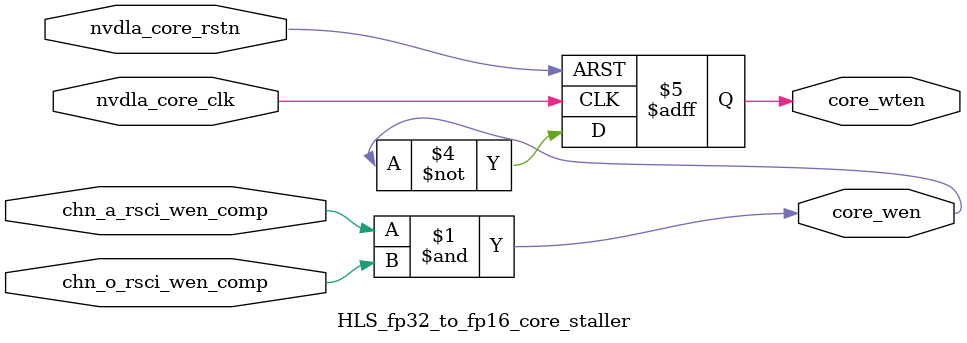
<source format=v>
module HLS_fp32_to_fp16_core_staller (
  nvdla_core_clk, nvdla_core_rstn, core_wen, chn_a_rsci_wen_comp, core_wten, chn_o_rsci_wen_comp
);
  input nvdla_core_clk;
  input nvdla_core_rstn;
  output core_wen;
  input chn_a_rsci_wen_comp;
  output core_wten;
  reg core_wten;
  input chn_o_rsci_wen_comp;
  assign core_wen = chn_a_rsci_wen_comp & chn_o_rsci_wen_comp;
  always @(posedge nvdla_core_clk or negedge nvdla_core_rstn) begin
    if ( ~ nvdla_core_rstn ) begin
      core_wten <= 1'b0;
    end
    else begin
      core_wten <= ~ core_wen;
    end
  end
endmodule
</source>
